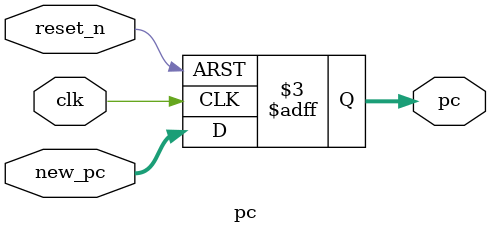
<source format=v>
module pc (
    input wire reset_n, clk,
    input wire [31:0] new_pc,
    output reg [31:0] pc
);

// We change the PC on the rising edge of the clock
always @ (posedge clk or negedge reset_n) begin
    if (!reset_n) begin
        pc <= -4;
    end
    else begin
        pc <= new_pc;
    end
end

endmodule

</source>
